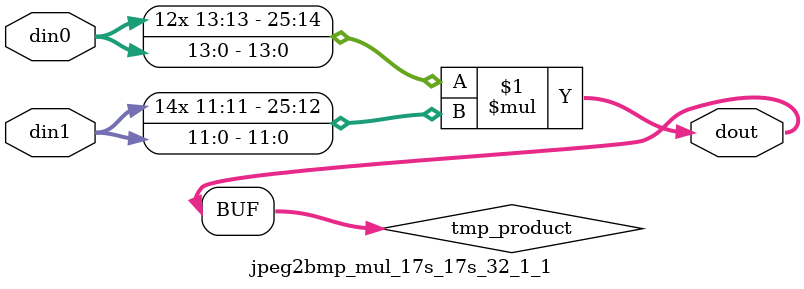
<source format=v>

`timescale 1 ns / 1 ps

  module jpeg2bmp_mul_17s_17s_32_1_1(din0, din1, dout);
parameter ID = 1;
parameter NUM_STAGE = 0;
parameter din0_WIDTH = 14;
parameter din1_WIDTH = 12;
parameter dout_WIDTH = 26;

input [din0_WIDTH - 1 : 0] din0; 
input [din1_WIDTH - 1 : 0] din1; 
output [dout_WIDTH - 1 : 0] dout;

wire signed [dout_WIDTH - 1 : 0] tmp_product;













assign tmp_product = $signed(din0) * $signed(din1);








assign dout = tmp_product;







endmodule

</source>
